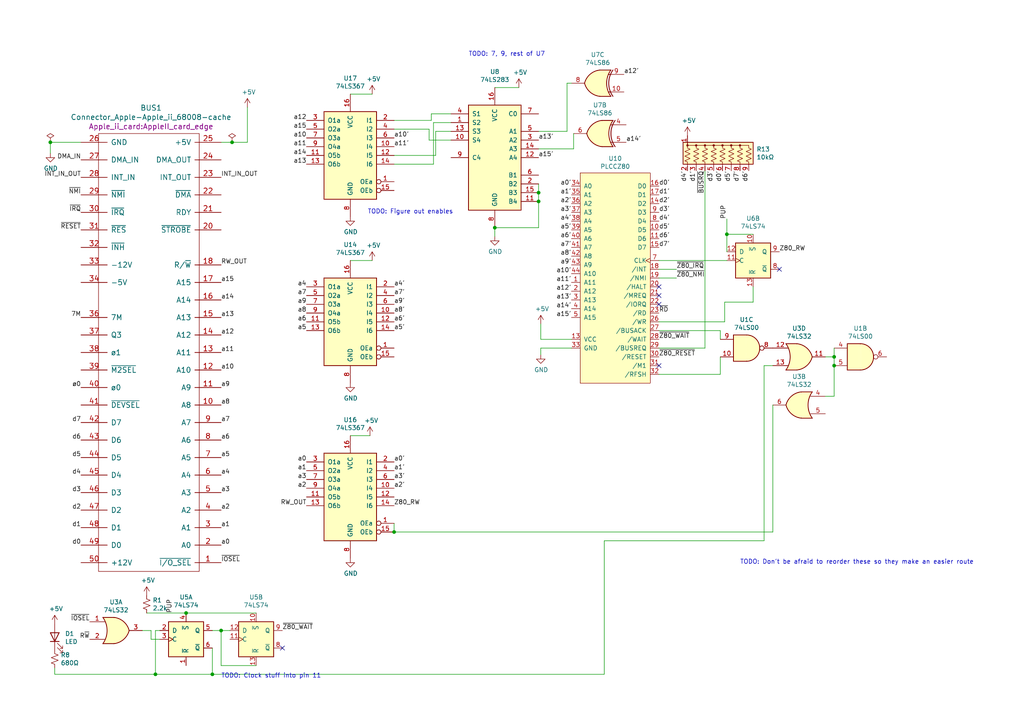
<source format=kicad_sch>
(kicad_sch (version 20230121) (generator eeschema)
  (paper "A4")
  (lib_symbols
    (symbol "74xx:74LS00" (pin_names (offset 1.016))
      (property "Reference" "U" (at 0 1.27 0))
      (property "Value" "74LS00" (at 0 -1.27 0))
      (symbol "74LS00_1_1"
        (pin input line (at -7.62 2.54 0) (length 3.81) (name "~") (number "1"))
        (pin input line (at -7.62 -2.54 0) (length 3.81) (name "~") (number "2"))
        (pin output inverted (at 7.62 0 180) (length 3.81) (name "~") (number "3"))
      )
      (symbol "74LS00_1_2"
        (pin input inverted (at -7.62 2.54 0) (length 4.318) (name "~") (number "1"))
        (pin input inverted (at -7.62 -2.54 0) (length 4.318) (name "~") (number "2"))
        (pin output line (at 7.62 0 180) (length 3.81) (name "~") (number "3"))
      )
      (symbol "74LS00_2_1"
        (pin input line (at -7.62 2.54 0) (length 3.81) (name "~") (number "4"))
        (pin input line (at -7.62 -2.54 0) (length 3.81) (name "~") (number "5"))
        (pin output inverted (at 7.62 0 180) (length 3.81) (name "~") (number "6"))
      )
      (symbol "74LS00_2_2"
        (pin input inverted (at -7.62 2.54 0) (length 4.318) (name "~") (number "4"))
        (pin input inverted (at -7.62 -2.54 0) (length 4.318) (name "~") (number "5"))
        (pin output line (at 7.62 0 180) (length 3.81) (name "~") (number "6"))
      )
      (symbol "74LS00_3_1"
        (pin input line (at -7.62 -2.54 0) (length 3.81) (name "~") (number "10"))
        (pin output inverted (at 7.62 0 180) (length 3.81) (name "~") (number "8"))
        (pin input line (at -7.62 2.54 0) (length 3.81) (name "~") (number "9"))
      )
      (symbol "74LS00_3_2"
        (pin input inverted (at -7.62 -2.54 0) (length 4.318) (name "~") (number "10"))
        (pin output line (at 7.62 0 180) (length 3.81) (name "~") (number "8"))
        (pin input inverted (at -7.62 2.54 0) (length 4.318) (name "~") (number "9"))
      )
      (symbol "74LS00_4_1"
        (pin output inverted (at 7.62 0 180) (length 3.81) (name "~") (number "11"))
        (pin input line (at -7.62 2.54 0) (length 3.81) (name "~") (number "12"))
        (pin input line (at -7.62 -2.54 0) (length 3.81) (name "~") (number "13"))
      )
      (symbol "74LS00_4_2"
        (pin output line (at 7.62 0 180) (length 3.81) (name "~") (number "11"))
        (pin input inverted (at -7.62 2.54 0) (length 4.318) (name "~") (number "12"))
        (pin input inverted (at -7.62 -2.54 0) (length 4.318) (name "~") (number "13"))
      )
      (symbol "74LS00_5_0"
        (pin power_in line (at 0 12.7 270) (length 5.08) (name "VCC") (number "14"))
        (pin power_in line (at 0 -12.7 90) (length 5.08) (name "GND") (number "7"))
      )
    )
    (symbol "74xx:74LS283" (pin_names (offset 1.016))
      (property "Reference" "U" (at -7.62 16.51 0))
      (property "Value" "74LS283" (at -7.62 -16.51 0))
      (symbol "74LS283_1_0"
        (pin output line (at 12.7 10.16 180) (length 5.08) (name "S2") (number "1"))
        (pin output line (at 12.7 5.08 180) (length 5.08) (name "S4") (number "10"))
        (pin input line (at -12.7 -12.7 0) (length 5.08) (name "B4") (number "11"))
        (pin input line (at -12.7 0 0) (length 5.08) (name "A4") (number "12"))
        (pin output line (at 12.7 7.62 180) (length 5.08) (name "S3") (number "13"))
        (pin input line (at -12.7 2.54 0) (length 5.08) (name "A3") (number "14"))
        (pin input line (at -12.7 -10.16 0) (length 5.08) (name "B3") (number "15"))
        (pin power_in line (at 0 20.32 270) (length 5.08) (name "VCC") (number "16"))
        (pin input line (at -12.7 -7.62 0) (length 5.08) (name "B2") (number "2"))
        (pin input line (at -12.7 5.08 0) (length 5.08) (name "A2") (number "3"))
        (pin output line (at 12.7 12.7 180) (length 5.08) (name "S1") (number "4"))
        (pin input line (at -12.7 7.62 0) (length 5.08) (name "A1") (number "5"))
        (pin input line (at -12.7 -5.08 0) (length 5.08) (name "B1") (number "6"))
        (pin input line (at -12.7 12.7 0) (length 5.08) (name "C0") (number "7"))
        (pin power_in line (at 0 -20.32 90) (length 5.08) (name "GND") (number "8"))
        (pin output line (at 12.7 0 180) (length 5.08) (name "C4") (number "9"))
      )
    )
    (symbol "74xx:74LS32" (pin_names (offset 1.016))
      (property "Reference" "U" (at 0 1.27 0))
      (property "Value" "74LS32" (at 0 -1.27 0))
      (symbol "74LS32_1_1"
        (pin input line (at -7.62 2.54 0) (length 4.318) (name "~") (number "1"))
        (pin input line (at -7.62 -2.54 0) (length 4.318) (name "~") (number "2"))
        (pin output line (at 7.62 0 180) (length 3.81) (name "~") (number "3"))
      )
      (symbol "74LS32_1_2"
        (pin input inverted (at -7.62 2.54 0) (length 3.81) (name "~") (number "1"))
        (pin input inverted (at -7.62 -2.54 0) (length 3.81) (name "~") (number "2"))
        (pin output inverted (at 7.62 0 180) (length 3.81) (name "~") (number "3"))
      )
      (symbol "74LS32_2_1"
        (pin input line (at -7.62 2.54 0) (length 4.318) (name "~") (number "4"))
        (pin input line (at -7.62 -2.54 0) (length 4.318) (name "~") (number "5"))
        (pin output line (at 7.62 0 180) (length 3.81) (name "~") (number "6"))
      )
      (symbol "74LS32_2_2"
        (pin input inverted (at -7.62 2.54 0) (length 3.81) (name "~") (number "4"))
        (pin input inverted (at -7.62 -2.54 0) (length 3.81) (name "~") (number "5"))
        (pin output inverted (at 7.62 0 180) (length 3.81) (name "~") (number "6"))
      )
      (symbol "74LS32_3_1"
        (pin input line (at -7.62 -2.54 0) (length 4.318) (name "~") (number "10"))
        (pin output line (at 7.62 0 180) (length 3.81) (name "~") (number "8"))
        (pin input line (at -7.62 2.54 0) (length 4.318) (name "~") (number "9"))
      )
      (symbol "74LS32_3_2"
        (pin input inverted (at -7.62 -2.54 0) (length 3.81) (name "~") (number "10"))
        (pin output inverted (at 7.62 0 180) (length 3.81) (name "~") (number "8"))
        (pin input inverted (at -7.62 2.54 0) (length 3.81) (name "~") (number "9"))
      )
      (symbol "74LS32_4_1"
        (pin output line (at 7.62 0 180) (length 3.81) (name "~") (number "11"))
        (pin input line (at -7.62 2.54 0) (length 4.318) (name "~") (number "12"))
        (pin input line (at -7.62 -2.54 0) (length 4.318) (name "~") (number "13"))
      )
      (symbol "74LS32_4_2"
        (pin output inverted (at 7.62 0 180) (length 3.81) (name "~") (number "11"))
        (pin input inverted (at -7.62 2.54 0) (length 3.81) (name "~") (number "12"))
        (pin input inverted (at -7.62 -2.54 0) (length 3.81) (name "~") (number "13"))
      )
      (symbol "74LS32_5_0"
        (pin power_in line (at 0 12.7 270) (length 5.08) (name "VCC") (number "14"))
        (pin power_in line (at 0 -12.7 90) (length 5.08) (name "GND") (number "7"))
      )
    )
    (symbol "74xx:74LS367" (pin_names (offset 1.016))
      (property "Reference" "U" (at -7.62 13.97 0))
      (property "Value" "74LS367" (at -7.62 -13.97 0))
      (symbol "74LS367_1_0"
        (pin input inverted (at -12.7 -7.62 0) (length 5.08) (name "OEa") (number "1"))
        (pin input line (at -12.7 2.54 0) (length 5.08) (name "I4") (number "10"))
        (pin tri_state line (at 12.7 0 180) (length 5.08) (name "O5b") (number "11"))
        (pin input line (at -12.7 0 0) (length 5.08) (name "I5") (number "12"))
        (pin tri_state line (at 12.7 -2.54 180) (length 5.08) (name "O6b") (number "13"))
        (pin input line (at -12.7 -2.54 0) (length 5.08) (name "I6") (number "14"))
        (pin input inverted (at -12.7 -10.16 0) (length 5.08) (name "OEb") (number "15"))
        (pin power_in line (at 0 17.78 270) (length 5.08) (name "VCC") (number "16"))
        (pin input line (at -12.7 10.16 0) (length 5.08) (name "I1") (number "2"))
        (pin tri_state line (at 12.7 10.16 180) (length 5.08) (name "O1a") (number "3"))
        (pin input line (at -12.7 7.62 0) (length 5.08) (name "I2") (number "4"))
        (pin tri_state line (at 12.7 7.62 180) (length 5.08) (name "O2a") (number "5"))
        (pin input line (at -12.7 5.08 0) (length 5.08) (name "I3") (number "6"))
        (pin tri_state line (at 12.7 5.08 180) (length 5.08) (name "O3a") (number "7"))
        (pin power_in line (at 0 -17.78 90) (length 5.08) (name "GND") (number "8"))
        (pin tri_state line (at 12.7 2.54 180) (length 5.08) (name "O4a") (number "9"))
      )
    )
    (symbol "74xx:74LS373"
      (property "Reference" "U" (at -7.62 16.51 0))
      (property "Value" "74LS373" (at -7.62 -16.51 0))
      (symbol "74LS373_1_0"
        (pin input inverted (at -12.7 -12.7 0) (length 5.08) (name "OE") (number "1"))
        (pin power_in line (at 0 -20.32 90) (length 5.08) (name "GND") (number "10"))
        (pin input line (at -12.7 -10.16 0) (length 5.08) (name "LE") (number "11"))
        (pin tri_state line (at 12.7 2.54 180) (length 5.08) (name "O4") (number "12"))
        (pin input line (at -12.7 2.54 0) (length 5.08) (name "D4") (number "13"))
        (pin input line (at -12.7 0 0) (length 5.08) (name "D5") (number "14"))
        (pin tri_state line (at 12.7 0 180) (length 5.08) (name "O5") (number "15"))
        (pin tri_state line (at 12.7 -2.54 180) (length 5.08) (name "O6") (number "16"))
        (pin input line (at -12.7 -2.54 0) (length 5.08) (name "D6") (number "17"))
        (pin input line (at -12.7 -5.08 0) (length 5.08) (name "D7") (number "18"))
        (pin tri_state line (at 12.7 -5.08 180) (length 5.08) (name "O7") (number "19"))
        (pin tri_state line (at 12.7 12.7 180) (length 5.08) (name "O0") (number "2"))
        (pin power_in line (at 0 20.32 270) (length 5.08) (name "VCC") (number "20"))
        (pin input line (at -12.7 12.7 0) (length 5.08) (name "D0") (number "3"))
        (pin input line (at -12.7 10.16 0) (length 5.08) (name "D1") (number "4"))
        (pin tri_state line (at 12.7 10.16 180) (length 5.08) (name "O1") (number "5"))
        (pin tri_state line (at 12.7 7.62 180) (length 5.08) (name "O2") (number "6"))
        (pin input line (at -12.7 7.62 0) (length 5.08) (name "D2") (number "7"))
        (pin input line (at -12.7 5.08 0) (length 5.08) (name "D3") (number "8"))
        (pin tri_state line (at 12.7 5.08 180) (length 5.08) (name "O3") (number "9"))
      )
    )
    (symbol "74xx:74LS74" (pin_names (offset 1.016))
      (property "Reference" "U" (at -7.62 8.89 0))
      (property "Value" "74LS74" (at -7.62 -8.89 0))
      (symbol "74LS74_1_0"
        (pin input line (at 0 -7.62 90) (length 2.54) (name "~{R}") (number "1"))
        (pin input line (at -7.62 2.54 0) (length 2.54) (name "D") (number "2"))
        (pin input clock (at -7.62 0 0) (length 2.54) (name "C") (number "3"))
        (pin input line (at 0 7.62 270) (length 2.54) (name "~{S}") (number "4"))
        (pin output line (at 7.62 2.54 180) (length 2.54) (name "Q") (number "5"))
        (pin output line (at 7.62 -2.54 180) (length 2.54) (name "~{Q}") (number "6"))
      )
      (symbol "74LS74_2_0"
        (pin input line (at 0 7.62 270) (length 2.54) (name "~{S}") (number "10"))
        (pin input clock (at -7.62 0 0) (length 2.54) (name "C") (number "11"))
        (pin input line (at -7.62 2.54 0) (length 2.54) (name "D") (number "12"))
        (pin input line (at 0 -7.62 90) (length 2.54) (name "~{R}") (number "13"))
        (pin output line (at 7.62 -2.54 180) (length 2.54) (name "~{Q}") (number "8"))
        (pin output line (at 7.62 2.54 180) (length 2.54) (name "Q") (number "9"))
      )
      (symbol "74LS74_3_0"
        (pin power_in line (at 0 10.16 270) (length 2.54) (name "VCC") (number "14"))
        (pin power_in line (at 0 -10.16 90) (length 2.54) (name "GND") (number "7"))
      )
    )
    (symbol "74xx:74LS86" (pin_names (offset 1.016))
      (property "Reference" "U" (at 0 1.27 0))
      (property "Value" "74LS86" (at 0 -1.27 0))
      (symbol "74LS86_1_0"
        (pin input line (at -7.62 2.54 0) (length 4.445) (name "~") (number "1"))
        (pin input line (at -7.62 -2.54 0) (length 4.445) (name "~") (number "2"))
        (pin output line (at 7.62 0 180) (length 3.81) (name "~") (number "3"))
      )
      (symbol "74LS86_2_0"
        (pin input line (at -7.62 2.54 0) (length 4.445) (name "~") (number "4"))
        (pin input line (at -7.62 -2.54 0) (length 4.445) (name "~") (number "5"))
        (pin output line (at 7.62 0 180) (length 3.81) (name "~") (number "6"))
      )
      (symbol "74LS86_3_0"
        (pin input line (at -7.62 -2.54 0) (length 4.445) (name "~") (number "10"))
        (pin output line (at 7.62 0 180) (length 3.81) (name "~") (number "8"))
        (pin input line (at -7.62 2.54 0) (length 4.445) (name "~") (number "9"))
      )
      (symbol "74LS86_4_0"
        (pin output line (at 7.62 0 180) (length 3.81) (name "~") (number "11"))
        (pin input line (at -7.62 2.54 0) (length 4.445) (name "~") (number "12"))
        (pin input line (at -7.62 -2.54 0) (length 4.445) (name "~") (number "13"))
      )
      (symbol "74LS86_5_0"
        (pin power_in line (at 0 12.7 270) (length 5.08) (name "VCC") (number "14"))
        (pin power_in line (at 0 -12.7 90) (length 5.08) (name "GND") (number "7"))
      )
    )
    (symbol "Apple_ii_68008-rescue:Connector_Apple-Apple_ii_68008-cache" (pin_names (offset 1.016))
      (property "Reference" "BUS" (at 22.86 52.07 0))
      (property "Value" "Connector_Apple-Apple_ii_68008-cache" (at 35.56 -7.62 0))
      (symbol "Connector_Apple-Apple_ii_68008-cache_1_1"
        (pin output line (at 55.88 -76.2 180) (length 7.62) (name "~{I/O_SEL}") (number "1"))
        (pin bidirectional line (at 55.88 -30.48 180) (length 7.62) (name "A8") (number "10"))
        (pin bidirectional line (at 55.88 -25.4 180) (length 7.62) (name "A9") (number "11"))
        (pin bidirectional line (at 55.88 -20.32 180) (length 7.62) (name "A10") (number "12"))
        (pin bidirectional line (at 55.88 -15.24 180) (length 7.62) (name "A11") (number "13"))
        (pin bidirectional line (at 55.88 -10.16 180) (length 7.62) (name "A12") (number "14"))
        (pin bidirectional line (at 55.88 -5.08 180) (length 7.62) (name "A13") (number "15"))
        (pin bidirectional line (at 55.88 0 180) (length 7.62) (name "A14") (number "16"))
        (pin output line (at 55.88 5.08 180) (length 7.62) (name "A15") (number "17"))
        (pin output line (at 55.88 10.16 180) (length 7.62) (name "R/~{W}") (number "18"))
        (pin no_connect line (at 55.88 15.24 180) (length 7.62) hide (name "n.c.") (number "19"))
        (pin bidirectional line (at 55.88 -71.12 180) (length 7.62) (name "A0") (number "2"))
        (pin output line (at 55.88 20.32 180) (length 7.62) (name "~{STROBE}") (number "20"))
        (pin open_collector line (at 55.88 25.4 180) (length 7.62) (name "RDY") (number "21"))
        (pin open_collector line (at 55.88 30.48 180) (length 7.62) (name "~{DMA}") (number "22"))
        (pin output line (at 55.88 35.56 180) (length 7.62) (name "INT_OUT") (number "23"))
        (pin open_collector line (at 55.88 40.64 180) (length 7.62) (name "DMA_OUT") (number "24"))
        (pin power_out line (at 55.88 45.72 180) (length 7.62) (name "+5V") (number "25"))
        (pin power_out line (at 15.24 45.72 0) (length 7.62) (name "GND") (number "26"))
        (pin input line (at 15.24 40.64 0) (length 7.62) (name "DMA_IN") (number "27"))
        (pin input line (at 15.24 35.56 0) (length 7.62) (name "INT_IN") (number "28"))
        (pin output line (at 15.24 30.48 0) (length 7.62) (name "~{NMI}") (number "29"))
        (pin bidirectional line (at 55.88 -66.04 180) (length 7.62) (name "A1") (number "3"))
        (pin output line (at 15.24 25.4 0) (length 7.62) (name "~{IRQ}") (number "30"))
        (pin open_collector line (at 15.24 20.32 0) (length 7.62) (name "~{RES}") (number "31"))
        (pin bidirectional line (at 15.24 15.24 0) (length 7.62) (name "~{INH}") (number "32"))
        (pin power_in line (at 15.24 10.16 0) (length 7.62) (name "-12V") (number "33"))
        (pin power_in line (at 15.24 5.08 0) (length 7.62) (name "-5V") (number "34"))
        (pin no_connect line (at 15.24 0 0) (length 7.62) hide (name "n.c.") (number "35"))
        (pin output line (at 15.24 -5.08 0) (length 7.62) (name "7M") (number "36"))
        (pin output line (at 15.24 -10.16 0) (length 7.62) (name "Q3") (number "37"))
        (pin output line (at 15.24 -15.24 0) (length 7.62) (name "ø1") (number "38"))
        (pin bidirectional line (at 15.24 -20.32 0) (length 7.62) (name "~{M2SEL}") (number "39"))
        (pin bidirectional line (at 55.88 -60.96 180) (length 7.62) (name "A2") (number "4"))
        (pin output line (at 15.24 -25.4 0) (length 7.62) (name "ø0") (number "40"))
        (pin output line (at 15.24 -30.48 0) (length 7.62) (name "~{DEVSEL}") (number "41"))
        (pin bidirectional line (at 15.24 -35.56 0) (length 7.62) (name "D7") (number "42"))
        (pin bidirectional line (at 15.24 -40.64 0) (length 7.62) (name "D6") (number "43"))
        (pin bidirectional line (at 15.24 -45.72 0) (length 7.62) (name "D5") (number "44"))
        (pin bidirectional line (at 15.24 -50.8 0) (length 7.62) (name "D4") (number "45"))
        (pin bidirectional line (at 15.24 -55.88 0) (length 7.62) (name "D3") (number "46"))
        (pin bidirectional line (at 15.24 -60.96 0) (length 7.62) (name "D2") (number "47"))
        (pin bidirectional line (at 15.24 -66.04 0) (length 7.62) (name "D1") (number "48"))
        (pin bidirectional line (at 15.24 -71.12 0) (length 7.62) (name "D0") (number "49"))
        (pin bidirectional line (at 55.88 -55.88 180) (length 7.62) (name "A3") (number "5"))
        (pin power_in line (at 15.24 -76.2 0) (length 7.62) (name "+12V") (number "50"))
        (pin bidirectional line (at 55.88 -50.8 180) (length 7.62) (name "A4") (number "6"))
        (pin bidirectional line (at 55.88 -45.72 180) (length 7.62) (name "A5") (number "7"))
        (pin bidirectional line (at 55.88 -40.64 180) (length 7.62) (name "A6") (number "8"))
        (pin bidirectional line (at 55.88 -35.56 180) (length 7.62) (name "A7") (number "9"))
      )
    )
    (symbol "Device:LED" (pin_numbers hide) (pin_names (offset 1.016) hide)
      (property "Reference" "D" (at 0 2.54 0))
      (property "Value" "LED" (at 0 -2.54 0))
      (symbol "LED_1_1"
        (pin passive line (at -3.81 0 0) (length 2.54) (name "K") (number "1"))
        (pin passive line (at 3.81 0 180) (length 2.54) (name "A") (number "2"))
      )
    )
    (symbol "Device:R_Network04_US" (pin_names (offset 0) hide)
      (property "Reference" "RN" (at -7.62 0 90))
      (property "Value" "R_Network04_US" (at 5.08 0 90))
      (symbol "R_Network04_US_1_1"
        (pin passive line (at -5.08 5.08 270) (length 2.54) (name "common") (number "1"))
        (pin passive line (at -5.08 -5.08 90) (length 1.27) (name "R1") (number "2"))
        (pin passive line (at -2.54 -5.08 90) (length 1.27) (name "R2") (number "3"))
        (pin passive line (at 0 -5.08 90) (length 1.27) (name "R3") (number "4"))
        (pin passive line (at 2.54 -5.08 90) (length 1.27) (name "R4") (number "5"))
      )
    )
    (symbol "Device:R_Network08_US" (pin_names (offset 0) hide)
      (property "Reference" "RN" (at -12.7 0 90))
      (property "Value" "R_Network08_US" (at 10.16 0 90))
      (symbol "R_Network08_US_1_1"
        (pin passive line (at -10.16 5.08 270) (length 2.54) (name "common") (number "1"))
        (pin passive line (at -10.16 -5.08 90) (length 1.27) (name "R1") (number "2"))
        (pin passive line (at -7.62 -5.08 90) (length 1.27) (name "R2") (number "3"))
        (pin passive line (at -5.08 -5.08 90) (length 1.27) (name "R3") (number "4"))
        (pin passive line (at -2.54 -5.08 90) (length 1.27) (name "R4") (number "5"))
        (pin passive line (at 0 -5.08 90) (length 1.27) (name "R5") (number "6"))
        (pin passive line (at 2.54 -5.08 90) (length 1.27) (name "R6") (number "7"))
        (pin passive line (at 5.08 -5.08 90) (length 1.27) (name "R7") (number "8"))
        (pin passive line (at 7.62 -5.08 90) (length 1.27) (name "R8") (number "9"))
      )
    )
    (symbol "Device:R_Small_US" (pin_numbers hide) (pin_names (offset 0.254) hide)
      (property "Reference" "R" (at 0.762 0.508 0))
      (property "Value" "R_Small_US" (at 0.762 -1.016 0))
      (symbol "R_Small_US_1_1"
        (pin passive line (at 0 2.54 270) (length 1.016) (name "~") (number "1"))
        (pin passive line (at 0 -2.54 90) (length 1.016) (name "~") (number "2"))
      )
    )
    (symbol "LeadedSolder:PLCCZ80" (pin_names (offset 1.016))
      (property "Reference" "U" (at 0 0 0))
      (property "Value" "PLCCZ80" (at 0 -64.77 0))
      (symbol "PLCCZ80_1_1"
        (pin output line (at -12.7 -33.02 0) (length 2.54) (name "A11") (number "1"))
        (pin bidirectional line (at 12.7 -17.78 180) (length 2.54) (name "D5") (number "10"))
        (pin bidirectional line (at 12.7 -20.32 180) (length 2.54) (name "D6") (number "11"))
        (pin power_in line (at -12.7 -49.53 0) (length 2.54) (name "VCC") (number "13"))
        (pin bidirectional line (at 12.7 -10.16 180) (length 2.54) (name "D2") (number "14"))
        (pin bidirectional line (at 12.7 -22.86 180) (length 2.54) (name "D7") (number "15"))
        (pin bidirectional line (at 12.7 -5.08 180) (length 2.54) (name "D0") (number "16"))
        (pin bidirectional line (at 12.7 -7.62 180) (length 2.54) (name "D1") (number "17"))
        (pin input line (at 12.7 -29.21 180) (length 2.54) (name "/INT") (number "18"))
        (pin input line (at 12.7 -31.75 180) (length 2.54) (name "/NMI") (number "19"))
        (pin output line (at -12.7 -35.56 0) (length 2.54) (name "A12") (number "2"))
        (pin output line (at 12.7 -34.29 180) (length 2.54) (name "/HALT") (number "20"))
        (pin output line (at 12.7 -36.83 180) (length 2.54) (name "/MREQ") (number "21"))
        (pin output line (at 12.7 -39.37 180) (length 2.54) (name "/IORQ") (number "22"))
        (pin output line (at 12.7 -41.91 180) (length 2.54) (name "/RD") (number "23"))
        (pin output line (at 12.7 -44.45 180) (length 2.54) (name "/WR") (number "26"))
        (pin output line (at 12.7 -46.99 180) (length 2.54) (name "/BUSACK") (number "27"))
        (pin input line (at 12.7 -49.53 180) (length 2.54) (name "/WAIT") (number "28"))
        (pin input line (at 12.7 -52.07 180) (length 2.54) (name "/BUSREQ") (number "29"))
        (pin output line (at -12.7 -38.1 0) (length 2.54) (name "A13") (number "3"))
        (pin input line (at 12.7 -54.61 180) (length 2.54) (name "/RESET") (number "30"))
        (pin output line (at 12.7 -57.15 180) (length 2.54) (name "/M1") (number "31"))
        (pin output line (at 12.7 -59.69 180) (length 2.54) (name "/RFSH") (number "32"))
        (pin power_in line (at -12.7 -52.07 0) (length 2.54) (name "GND") (number "33"))
        (pin output line (at -12.7 -5.08 0) (length 2.54) (name "A0") (number "34"))
        (pin output line (at -12.7 -7.62 0) (length 2.54) (name "A1") (number "35"))
        (pin output line (at -12.7 -10.16 0) (length 2.54) (name "A2") (number "36"))
        (pin output line (at -12.7 -12.7 0) (length 2.54) (name "A3") (number "37"))
        (pin output line (at -12.7 -15.24 0) (length 2.54) (name "A4") (number "38"))
        (pin output line (at -12.7 -17.78 0) (length 2.54) (name "A5") (number "39"))
        (pin output line (at -12.7 -40.64 0) (length 2.54) (name "A14") (number "4"))
        (pin output line (at -12.7 -20.32 0) (length 2.54) (name "A6") (number "40"))
        (pin output line (at -12.7 -22.86 0) (length 2.54) (name "A7") (number "41"))
        (pin output line (at -12.7 -25.4 0) (length 2.54) (name "A8") (number "42"))
        (pin output line (at -12.7 -27.94 0) (length 2.54) (name "A9") (number "43"))
        (pin output line (at -12.7 -30.48 0) (length 2.54) (name "A10") (number "44"))
        (pin output line (at -12.7 -43.18 0) (length 2.54) (name "A15") (number "5"))
        (pin input clock (at 12.7 -26.67 180) (length 2.54) (name "CLK") (number "7"))
        (pin bidirectional line (at 12.7 -15.24 180) (length 2.54) (name "D4") (number "8"))
        (pin bidirectional line (at 12.7 -12.7 180) (length 2.54) (name "D3") (number "9"))
      )
    )
    (symbol "Switch:SW_DIP_x04" (pin_names (offset 0) hide)
      (property "Reference" "SW" (at 0 8.89 0))
      (property "Value" "SW_DIP_x04" (at 0 -6.35 0))
      (symbol "SW_DIP_x04_1_1"
        (pin passive line (at -7.62 5.08 0) (length 5.08) (name "~") (number "1"))
        (pin passive line (at -7.62 2.54 0) (length 5.08) (name "~") (number "2"))
        (pin passive line (at -7.62 0 0) (length 5.08) (name "~") (number "3"))
        (pin passive line (at -7.62 -2.54 0) (length 5.08) (name "~") (number "4"))
        (pin passive line (at 7.62 -2.54 180) (length 5.08) (name "~") (number "5"))
        (pin passive line (at 7.62 0 180) (length 5.08) (name "~") (number "6"))
        (pin passive line (at 7.62 2.54 180) (length 5.08) (name "~") (number "7"))
        (pin passive line (at 7.62 5.08 180) (length 5.08) (name "~") (number "8"))
      )
    )
    (symbol "power:+5V" (power) (pin_names (offset 0))
      (property "Value" "+5V" (at 0 3.556 0))
      (symbol "+5V_1_1"
        (pin power_in line (at 0 0 90) (length 0) hide (name "+5V") (number "1"))
      )
    )
    (symbol "power:GND" (power) (pin_names (offset 0))
      (property "Value" "GND" (at 0 -3.81 0))
      (symbol "GND_1_1"
        (pin power_in line (at 0 0 270) (length 0) hide (name "GND") (number "1"))
      )
    )
    (symbol "power:PWR_FLAG" (power) (pin_numbers hide) (pin_names (offset 0) hide)
      (property "Value" "PWR_FLAG" (at 0 3.81 0))
      (symbol "PWR_FLAG_0_0"
        (pin power_out line (at 0 0 90) (length 0) (name "pwr") (number "1"))
      )
    )
  )
  (junction (at 323.215 26.67))
  (junction (at 156.21 58.42))
  (junction (at 61.595 195.58))
  (junction (at 241.935 103.505))
  (junction (at 210.82 67.945))
  (junction (at 349.25 31.75))
  (junction (at 156.21 55.88))
  (junction (at 45.085 195.58))
  (junction (at 64.135 182.88))
  (junction (at 346.71 29.21))
  (junction (at 14.605 41.275))
  (junction (at 67.31 41.275))
  (junction (at 53.975 177.8))
  (junction (at 241.935 106.045))
  (junction (at 143.51 66.04))
  (junction (at 114.3 154.305))
  (no_connect (at 81.915 187.96))
  (no_connect (at 191.135 83.185))
  (no_connect (at 191.135 88.265))
  (no_connect (at 191.135 106.045))
  (no_connect (at 36.83 239.395))
  (no_connect (at 191.135 85.725))
  (no_connect (at 226.06 78.105))
  (wire (pts (xy 338.455 26.67) (xy 353.06 26.67)))
  (wire (pts (xy 175.26 195.58) (xy 175.26 156.845)))
  (wire (pts (xy 45.085 195.58) (xy 61.595 195.58)))
  (wire (pts (xy 156.845 100.965) (xy 165.735 100.965)))
  (wire (pts (xy 125.73 35.56) (xy 130.81 35.56)))
  (wire (pts (xy 64.135 182.88) (xy 64.135 193.04)))
  (wire (pts (xy 114.3 47.625) (xy 125.73 47.625)))
  (wire (pts (xy 156.21 43.18) (xy 166.37 43.18)))
  (wire (pts (xy 320.675 14.605) (xy 320.675 25.4)))
  (wire (pts (xy 156.845 93.98) (xy 156.845 98.425)))
  (wire (pts (xy 66.675 182.88) (xy 64.135 182.88)))
  (wire (pts (xy 337.185 22.86) (xy 337.185 14.605)))
  (wire (pts (xy 114.3 34.925) (xy 125.095 34.925)))
  (wire (pts (xy 208.915 108.585) (xy 191.135 108.585)))
  (wire (pts (xy 156.21 66.04) (xy 156.21 58.42)))
  (wire (pts (xy 241.935 114.935) (xy 241.935 106.045)))
  (wire (pts (xy 41.275 182.88) (xy 43.815 182.88)))
  (wire (pts (xy 353.06 31.75) (xy 349.25 31.75)))
  (wire (pts (xy 143.51 66.04) (xy 156.21 66.04)))
  (wire (pts (xy 218.44 87.63) (xy 218.44 83.185)))
  (wire (pts (xy 208.915 103.505) (xy 208.915 108.585)))
  (wire (pts (xy 67.31 41.275) (xy 64.135 41.275)))
  (wire (pts (xy 344.17 21.59) (xy 344.17 22.86)))
  (wire (pts (xy 164.465 24.13) (xy 165.735 24.13)))
  (wire (pts (xy 239.395 114.935) (xy 241.935 114.935)))
  (wire (pts (xy 196.215 78.105) (xy 191.135 78.105)))
  (wire (pts (xy 156.845 98.425) (xy 165.735 98.425)))
  (wire (pts (xy 74.295 177.8) (xy 53.975 177.8)))
  (wire (pts (xy 210.82 75.565) (xy 191.135 75.565)))
  (wire (pts (xy 224.155 117.475) (xy 224.155 154.305)))
  (wire (pts (xy 156.21 58.42) (xy 156.21 55.88)))
  (wire (pts (xy 45.085 182.88) (xy 45.085 195.58)))
  (wire (pts (xy 114.3 151.765) (xy 114.3 154.305)))
  (wire (pts (xy 124.46 37.465) (xy 124.46 40.64)))
  (wire (pts (xy 204.47 49.53) (xy 204.47 100.965)))
  (wire (pts (xy 15.875 195.58) (xy 45.085 195.58)))
  (wire (pts (xy 346.71 29.21) (xy 353.06 29.21)))
  (wire (pts (xy 191.135 95.885) (xy 208.915 95.885)))
  (wire (pts (xy 164.465 38.1) (xy 164.465 24.13)))
  (wire (pts (xy 124.46 40.64) (xy 130.81 40.64)))
  (wire (pts (xy 221.615 156.845) (xy 221.615 106.045)))
  (wire (pts (xy 320.675 25.4) (xy 323.215 25.4)))
  (wire (pts (xy 331.47 109.22) (xy 325.755 109.22)))
  (wire (pts (xy 349.25 21.59) (xy 349.25 31.75)))
  (wire (pts (xy 196.215 80.645) (xy 191.135 80.645)))
  (wire (pts (xy 125.095 33.02) (xy 130.81 33.02)))
  (wire (pts (xy 43.815 185.42) (xy 46.355 185.42)))
  (wire (pts (xy 208.915 95.885) (xy 208.915 98.425)))
  (wire (pts (xy 337.185 14.605) (xy 320.675 14.605)))
  (wire (pts (xy 14.605 41.275) (xy 14.605 44.45)))
  (wire (pts (xy 166.37 43.18) (xy 166.37 38.735)))
  (wire (pts (xy 107.315 126.365) (xy 101.6 126.365)))
  (wire (pts (xy 45.085 182.88) (xy 46.355 182.88)))
  (wire (pts (xy 210.185 93.345) (xy 210.185 87.63)))
  (wire (pts (xy 224.155 154.305) (xy 114.3 154.305)))
  (wire (pts (xy 101.6 75.565) (xy 107.95 75.565)))
  (wire (pts (xy 210.82 67.945) (xy 210.82 73.025)))
  (wire (pts (xy 156.21 55.88) (xy 156.21 53.34)))
  (wire (pts (xy 150.495 25.4) (xy 143.51 25.4)))
  (wire (pts (xy 64.135 193.04) (xy 74.295 193.04)))
  (wire (pts (xy 156.845 102.87) (xy 156.845 100.965)))
  (wire (pts (xy 338.455 29.21) (xy 346.71 29.21)))
  (wire (pts (xy 204.47 100.965) (xy 191.135 100.965)))
  (wire (pts (xy 241.935 103.505) (xy 241.935 100.965)))
  (wire (pts (xy 323.215 26.67) (xy 316.865 26.67)))
  (wire (pts (xy 114.3 45.085) (xy 126.365 45.085)))
  (wire (pts (xy 191.135 93.345) (xy 210.185 93.345)))
  (wire (pts (xy 323.215 25.4) (xy 323.215 26.67)))
  (wire (pts (xy 221.615 106.045) (xy 224.155 106.045)))
  (wire (pts (xy 42.545 177.8) (xy 53.975 177.8)))
  (wire (pts (xy 64.135 182.88) (xy 61.595 182.88)))
  (wire (pts (xy 344.17 22.86) (xy 337.185 22.86)))
  (wire (pts (xy 21.59 229.235) (xy 29.21 229.235)))
  (wire (pts (xy 61.595 195.58) (xy 61.595 187.96)))
  (wire (pts (xy 126.365 45.085) (xy 126.365 38.1)))
  (wire (pts (xy 15.875 193.675) (xy 15.875 195.58)))
  (wire (pts (xy 241.935 103.505) (xy 239.395 103.505)))
  (wire (pts (xy 218.44 67.945) (xy 210.82 67.945)))
  (wire (pts (xy 344.805 40.005) (xy 338.455 40.005)))
  (wire (pts (xy 325.755 70.485) (xy 325.755 67.945)))
  (wire (pts (xy 346.71 21.59) (xy 346.71 29.21)))
  (wire (pts (xy 21.59 225.425) (xy 21.59 229.235)))
  (wire (pts (xy 125.095 34.925) (xy 125.095 33.02)))
  (wire (pts (xy 125.73 47.625) (xy 125.73 35.56)))
  (wire (pts (xy 210.185 87.63) (xy 218.44 87.63)))
  (wire (pts (xy 210.82 67.945) (xy 210.82 63.5)))
  (wire (pts (xy 71.755 41.275) (xy 67.31 41.275)))
  (wire (pts (xy 23.495 41.275) (xy 14.605 41.275)))
  (wire (pts (xy 107.95 27.305) (xy 101.6 27.305)))
  (wire (pts (xy 349.25 31.75) (xy 338.455 31.75)))
  (wire (pts (xy 241.935 106.045) (xy 241.935 103.505)))
  (wire (pts (xy 43.815 182.88) (xy 43.815 185.42)))
  (wire (pts (xy 156.21 38.1) (xy 164.465 38.1)))
  (wire (pts (xy 114.3 37.465) (xy 124.46 37.465)))
  (wire (pts (xy 143.51 68.58) (xy 143.51 66.04)))
  (wire (pts (xy 175.26 156.845) (xy 221.615 156.845)))
  (wire (pts (xy 71.755 31.115) (xy 71.755 41.275)))
  (wire (pts (xy 126.365 38.1) (xy 130.81 38.1)))
  (wire (pts (xy 61.595 195.58) (xy 175.26 195.58)))
  (text "TODO: 7, 9, rest of U7" (at 135.89 16.51 0) (effects (font (size 1.27 1.27)) (justify left bottom)))
  (text "TODO: Don't be afraid to reorder these so they make an easier route" (at 214.63 163.83 0) (effects (font (size 1.27 1.27)) (justify left bottom)))
  (text "TODO: 7M" (at 321.945 57.785 0) (effects (font (size 1.27 1.27)) (justify right bottom)))
  (text "TODO: Clock stuff into pin 11" (at 64.135 196.85 0) (effects (font (size 1.27 1.27)) (justify left bottom)))
  (text "TODO: ø1" (at 321.945 60.325 0) (effects (font (size 1.27 1.27)) (justify right bottom)))
  (text "TODO: Figure out enables" (at 131.445 62.23 0) (effects (font (size 1.27 1.27)) (justify right bottom)))
  (text "TODO: U3" (at 321.945 65.405 0) (effects (font (size 1.27 1.27)) (justify right bottom)))
  (label "~{Z80_IRQ}" (at 353.06 31.75 0))
  (label "a9" (at 64.135 112.395 0))
  (label "INT_IN_OUT" (at 64.135 51.435 0))
  (label "d1" (at 23.495 153.035 180))
  (label "a0'" (at 165.735 53.975 180))
  (label "a12" (at 88.9 34.925 180))
  (label "d3'" (at 207.01 49.53 270))
  (label "Z80_RW" (at 114.3 146.685 0))
  (label "d5'" (at 212.09 49.53 270))
  (label "a9" (at 88.9 88.265 180))
  (label "a13" (at 88.9 47.625 180))
  (label "~{IRQ}" (at 323.215 31.75 180))
  (label "a3" (at 64.135 142.875 0))
  (label "a11'" (at 165.735 81.915 180))
  (label "a10'" (at 114.3 40.005 0))
  (label "d7'" (at 214.63 49.53 270))
  (label "~{RESET}" (at 21.59 234.315 180))
  (label "a12'" (at 165.735 84.455 180))
  (label "DMA_IN" (at 23.495 46.355 180))
  (label "a7'" (at 114.3 85.725 0))
  (label "d3" (at 23.495 142.875 180))
  (label "d0'" (at 313.055 119.38 180))
  (label "a3" (at 88.9 139.065 180))
  (label "a13'" (at 165.735 86.995 180))
  (label "a8'" (at 165.735 74.295 180))
  (label "~{BUSRQ}" (at 353.06 26.67 0))
  (label "a12'" (at 180.975 21.59 0))
  (label "d4'" (at 313.055 134.62 180))
  (label "d5'" (at 313.055 129.54 180))
  (label "~{RD}" (at 191.135 90.805 0))
  (label "a10'" (at 165.735 79.375 180))
  (label "d5'" (at 191.135 66.675 0))
  (label "a14'" (at 165.735 89.535 180))
  (label "PUP" (at 21.59 225.425 180))
  (label "a8" (at 88.9 90.805 180))
  (label "a5'" (at 114.3 95.885 0))
  (label "ø0" (at 23.495 112.395 180))
  (label "a14" (at 64.135 86.995 0))
  (label "d3'" (at 191.135 61.595 0))
  (label "DMA_IN" (at 316.865 26.67 180))
  (label "a13'" (at 156.21 40.64 0))
  (label "d7'" (at 313.055 121.92 180))
  (label "d2'" (at 191.135 59.055 0))
  (label "a15'" (at 156.21 45.72 0))
  (label "d1'" (at 313.055 116.84 180))
  (label "a6" (at 64.135 127.635 0))
  (label "RW_OUT" (at 88.9 146.685 180))
  (label "d7" (at 23.495 122.555 180))
  (label "d5" (at 338.455 129.54 0))
  (label "d4'" (at 199.39 49.53 270))
  (label "d2" (at 338.455 124.46 0))
  (label "a4" (at 64.135 137.795 0))
  (label "a4" (at 88.9 83.185 180))
  (label "d0" (at 338.455 119.38 0))
  (label "d4" (at 338.455 134.62 0))
  (label "~{Z80_NMI}" (at 353.06 29.21 0))
  (label "a8'" (at 114.3 90.805 0))
  (label "d0'" (at 209.55 49.53 270))
  (label "d4" (at 23.495 137.795 180))
  (label "~{Z80_IRQ}" (at 196.215 78.105 0))
  (label "a7" (at 88.9 85.725 180))
  (label "a1" (at 88.9 136.525 180))
  (label "d4'" (at 191.135 64.135 0))
  (label "d7'" (at 191.135 71.755 0))
  (label "~{NMI}" (at 23.495 56.515 180))
  (label "a2'" (at 114.3 141.605 0))
  (label "PUP" (at 210.82 63.5 90))
  (label "d4" (at 351.155 47.625 0))
  (label "a9'" (at 165.735 76.835 180))
  (label "7M" (at 23.495 92.075 180))
  (label "~{Z80_WAIT}" (at 81.915 182.88 0))
  (label "d5" (at 351.155 50.165 0))
  (label "a3'" (at 114.3 139.065 0))
  (label "a4'" (at 114.3 83.185 0))
  (label "a5" (at 88.9 95.885 180))
  (label "d6" (at 23.495 127.635 180))
  (label "a2" (at 64.135 147.955 0))
  (label "a2" (at 88.9 141.605 180))
  (label "d5" (at 23.495 132.715 180))
  (label "d0'" (at 191.135 53.975 0))
  (label "a10" (at 88.9 40.005 180))
  (label "Z80_RW" (at 226.06 73.025 0))
  (label "a10" (at 64.135 107.315 0))
  (label "INT_IN_OUT" (at 23.495 51.435 180))
  (label "~{Z80_NMI}" (at 196.215 80.645 0))
  (label "~{BUSRQ}" (at 204.47 49.53 270))
  (label "d7" (at 338.455 121.92 0))
  (label "~{Z80_WAIT}" (at 191.135 98.425 0))
  (label "a0" (at 64.135 158.115 0))
  (label "a1" (at 64.135 153.035 0))
  (label "a7'" (at 165.735 71.755 180))
  (label "d6'" (at 325.755 52.705 180))
  (label "a3'" (at 165.735 61.595 180))
  (label "a9'" (at 114.3 88.265 0))
  (label "a5'" (at 165.735 66.675 180))
  (label "d6'" (at 191.135 69.215 0))
  (label "~{Z80_RESET}" (at 191.135 103.505 0))
  (label "d6'" (at 217.17 49.53 270))
  (label "a6" (at 88.9 93.345 180))
  (label "a11" (at 88.9 42.545 180))
  (label "d7" (at 351.155 55.245 0))
  (label "~{Z80_RESET}" (at 36.83 234.315 0))
  (label "PUP" (at 29.21 244.475 270))
  (label "d3'" (at 313.055 132.08 180))
  (label "d1" (at 338.455 116.84 0))
  (label "a1'" (at 114.3 136.525 0))
  (label "a5" (at 64.135 132.715 0))
  (label "~{NMI}" (at 323.215 29.21 180))
  (label "d2" (at 23.495 147.955 180))
  (label "~{RD}" (at 338.455 142.24 0))
  (label "d0" (at 23.495 158.115 180))
  (label "a15" (at 64.135 81.915 0))
  (label "a14" (at 88.9 45.085 180))
  (label "~{IOSEL}" (at 26.035 180.34 180))
  (label "~{RESET}" (at 23.495 66.675 180))
  (label "a1'" (at 165.735 56.515 180))
  (label "a13" (at 64.135 92.075 0))
  (label "a15'" (at 165.735 92.075 180))
  (label "d6'" (at 313.055 127 180))
  (label "RW_OUT" (at 64.135 76.835 0))
  (label "a4'" (at 165.735 64.135 180))
  (label "d1'" (at 191.135 56.515 0))
  (label "a15" (at 88.9 37.465 180))
  (label "a6'" (at 114.3 93.345 0))
  (label "a8" (at 64.135 117.475 0))
  (label "d2'" (at 313.055 124.46 180))
  (label "a14'" (at 181.61 41.275 0))
  (label "R~{W}" (at 26.035 185.42 180))
  (label "PUP" (at 50.165 177.8 90))
  (label "a0" (at 88.9 133.985 180))
  (label "~{IRQ}" (at 23.495 61.595 180))
  (label "d5'" (at 325.755 50.165 180))
  (label "a7" (at 64.135 122.555 0))
  (label "~{IOSEL}" (at 64.135 163.195 0))
  (label "d3" (at 338.455 132.08 0))
  (label "a11" (at 64.135 102.235 0))
  (label "a0'" (at 114.3 133.985 0))
  (label "d4'" (at 325.755 47.625 180))
  (label "d7'" (at 325.755 55.245 180))
  (label "a2'" (at 165.735 59.055 180))
  (label "d6" (at 351.155 52.705 0))
  (label "a11'" (at 114.3 42.545 0))
  (label "ø0" (at 338.455 139.7 0))
  (label "d1'" (at 201.93 49.53 270))
  (label "a6'" (at 165.735 69.215 180))
  (label "a12" (at 64.135 97.155 0))
  (label "d6" (at 338.455 127 0))
  (symbol (lib_id "Apple_ii_68008-rescue:Connector_Apple-Apple_ii_68008-cache") (at 8.255 86.995 0) (unit 1)
    (property "Reference" "BUS1" (at 43.815 31.2928 0) (effects (font (size 1.524 1.524))))
    (property "Value" "Connector_Apple-Apple_ii_68008-cache" (at 43.815 33.9852 0) (effects (font (size 1.524 1.524))))
    (property "Footprint" "Apple_ii_card:AppleII_card_edge" (at 43.815 36.6776 0) (effects (font (size 1.524 1.524))))
  )
  (symbol (lib_id "LeadedSolder:PLCCZ80") (at 178.435 48.895 0) (unit 1)
    (property "Reference" "U10" (at 178.435 45.974 0))
    (property "Value" "PLCCZ80" (at 178.435 48.2854 0))
    (property "Footprint" "Package_LCC:PLCC-44_THT-Socket" (effects hide))
  )
  (symbol (lib_id "Switch:SW_DIP_x04") (at 330.835 29.21 0) (mirror y) (unit 1)
    (property "Reference" "S1" (at 330.835 17.3482 0))
    (property "Value" "SW_DIP_x04" (at 330.835 19.6596 0))
    (property "Footprint" "Button_Switch_THT:SW_DIP_SPSTx04_Slide_9.78x12.34mm_W7.62mm_P2.54mm" (effects hide))
  )
  (symbol (lib_id "74xx:74LS367") (at 101.6 45.085 0) (mirror y) (unit 1)
    (property "Reference" "U17" (at 101.6 22.7076 0))
    (property "Value" "74LS367" (at 101.6 25.019 0))
    (property "Footprint" "Package_DIP:DIP-16_W7.62mm" (effects hide))
    (property "Datasheet" "http://www.ti.com/lit/gpn/sn74LS367" (effects hide))
    (property "DigiKey" "296-3701-5-ND‎" (effects hide))
  )
  (symbol (lib_id "Device:R_Network04_US") (at 346.71 16.51 0) (unit 1)
    (property "Reference" "RN9" (at 351.4852 15.3416 0) (effects (justify left)))
    (property "Value" "10kΩ" (at 351.4852 17.653 0) (effects (justify left)))
    (property "Footprint" "Resistor_THT:R_Array_SIP5" (effects hide))
    (property "Datasheet" "http://www.vishay.com/docs/31509/csc.pdf" (effects hide))
  )
  (symbol (lib_id "power:+5V") (at 71.755 31.115 0) (unit 1)
    (property "Reference" "#PWR0101" (effects hide))
    (property "Value" "+5V" (at 72.136 26.7208 0))
  )
  (symbol (lib_id "power:PWR_FLAG") (at 67.31 41.275 0) (unit 1)
    (property "Reference" "#FLG0101" (effects hide))
    (property "Value" "PWR_FLAG" (effects hide))
  )
  (symbol (lib_id "power:+5V") (at 341.63 11.43 0) (unit 1)
    (property "Reference" "#PWR0113" (effects hide))
    (property "Value" "+5V" (at 342.011 7.0358 0))
  )
  (symbol (lib_id "power:GND") (at 14.605 44.45 0) (unit 1)
    (property "Reference" "#PWR0102" (effects hide))
    (property "Value" "GND" (at 14.732 48.8442 0))
  )
  (symbol (lib_id "power:PWR_FLAG") (at 14.605 41.275 0) (unit 1)
    (property "Reference" "#FLG0102" (effects hide))
    (property "Value" "PWR_FLAG" (effects hide))
  )
  (symbol (lib_id "power:+5V") (at 107.95 27.305 0) (unit 1)
    (property "Reference" "#PWR0103" (effects hide))
    (property "Value" "+5V" (at 108.331 22.9108 0))
  )
  (symbol (lib_id "power:GND") (at 101.6 62.865 0) (unit 1)
    (property "Reference" "#PWR0104" (effects hide))
    (property "Value" "GND" (at 101.727 67.2592 0))
  )
  (symbol (lib_id "74xx:74LS367") (at 101.6 93.345 0) (mirror y) (unit 1)
    (property "Reference" "U14" (at 101.6 70.9676 0))
    (property "Value" "74LS367" (at 101.6 73.279 0))
    (property "Footprint" "Package_DIP:DIP-16_W7.62mm" (effects hide))
    (property "Datasheet" "http://www.ti.com/lit/gpn/sn74LS367" (effects hide))
    (property "DigiKey" "296-3701-5-ND‎" (effects hide))
  )
  (symbol (lib_id "74xx:74LS367") (at 101.6 144.145 0) (mirror y) (unit 1)
    (property "Reference" "U16" (at 101.6 121.7676 0))
    (property "Value" "74LS367" (at 101.6 124.079 0))
    (property "Footprint" "Package_DIP:DIP-16_W7.62mm" (effects hide))
    (property "Datasheet" "http://www.ti.com/lit/gpn/sn74LS367" (effects hide))
    (property "DigiKey" "296-3701-5-ND‎" (effects hide))
  )
  (symbol (lib_id "power:GND") (at 101.6 161.925 0) (unit 1)
    (property "Reference" "#PWR0105" (effects hide))
    (property "Value" "GND" (at 101.727 166.3192 0))
  )
  (symbol (lib_id "power:+5V") (at 107.315 126.365 0) (unit 1)
    (property "Reference" "#PWR0106" (effects hide))
    (property "Value" "+5V" (at 107.696 121.9708 0))
  )
  (symbol (lib_id "power:+5V") (at 107.95 75.565 0) (unit 1)
    (property "Reference" "#PWR0107" (effects hide))
    (property "Value" "+5V" (at 108.331 71.1708 0))
  )
  (symbol (lib_id "power:GND") (at 101.6 111.125 0) (unit 1)
    (property "Reference" "#PWR0108" (effects hide))
    (property "Value" "GND" (at 101.727 115.5192 0))
  )
  (symbol (lib_id "74xx:74LS367") (at 338.455 57.785 0) (unit 1)
    (property "Reference" "U9" (at 338.455 35.4076 0))
    (property "Value" "74LS367" (at 338.455 37.719 0))
    (property "Footprint" "Package_DIP:DIP-16_W7.62mm" (effects hide))
    (property "Datasheet" "http://www.ti.com/lit/gpn/sn74LS367" (effects hide))
    (property "DigiKey" "296-3701-5-ND‎" (effects hide))
  )
  (symbol (lib_id "power:+5V") (at 344.805 40.005 0) (unit 1)
    (property "Reference" "#PWR0114" (effects hide))
    (property "Value" "+5V" (at 345.186 35.6108 0))
  )
  (symbol (lib_id "power:GND") (at 338.455 75.565 0) (unit 1)
    (property "Reference" "#PWR0115" (effects hide))
    (property "Value" "GND" (at 338.582 79.9592 0))
  )
  (symbol (lib_id "power:+5V") (at 156.845 93.98 0) (unit 1)
    (property "Reference" "#PWR0109" (effects hide))
    (property "Value" "+5V" (at 157.226 89.5858 0))
  )
  (symbol (lib_id "Device:R_Network08_US") (at 209.55 44.45 0) (unit 1)
    (property "Reference" "R13" (at 219.4052 43.2816 0) (effects (justify left)))
    (property "Value" "10kΩ" (at 219.4052 45.593 0) (effects (justify left)))
    (property "Footprint" "Resistor_THT:R_Array_SIP9" (effects hide))
    (property "Datasheet" "http://www.vishay.com/docs/31509/csc.pdf" (effects hide))
  )
  (symbol (lib_id "power:GND") (at 156.845 102.87 0) (unit 1)
    (property "Reference" "#PWR0110" (effects hide))
    (property "Value" "GND" (at 156.972 107.2642 0))
  )
  (symbol (lib_id "power:+5V") (at 199.39 39.37 0) (unit 1)
    (property "Reference" "#PWR0116" (effects hide))
    (property "Value" "+5V" (at 199.771 34.9758 0))
  )
  (symbol (lib_id "74xx:74LS32") (at 33.655 182.88 0) (unit 1)
    (property "Reference" "U3" (at 33.655 174.625 0))
    (property "Value" "74LS32" (at 33.655 176.9364 0))
    (property "Footprint" "Package_DIP:DIP-14_W7.62mm" (effects hide))
    (property "Datasheet" "http://www.ti.com/lit/gpn/sn74LS32" (effects hide))
  )
  (symbol (lib_id "74xx:74LS373") (at 325.755 129.54 0) (mirror y) (unit 1)
    (property "Reference" "U15" (at 325.755 104.6226 0))
    (property "Value" "74LS373" (at 325.755 106.934 0))
    (property "Footprint" "Package_DIP:DIP-20_W7.62mm" (effects hide))
    (property "Datasheet" "http://www.ti.com/lit/gpn/sn74LS373" (effects hide))
    (property "DigiKey" "296-1660-5-ND‎" (effects hide))
  )
  (symbol (lib_id "74xx:74LS74") (at 53.975 185.42 0) (unit 1)
    (property "Reference" "U5" (at 53.975 173.2026 0))
    (property "Value" "74LS74" (at 53.975 175.514 0))
    (property "Footprint" "Package_DIP:DIP-14_W7.62mm" (effects hide))
    (property "Datasheet" "74xx/74hc_hct74.pdf" (effects hide))
  )
  (symbol (lib_id "power:GND") (at 325.755 70.485 0) (unit 1)
    (property "Reference" "#PWR0117" (effects hide))
    (property "Value" "GND" (at 325.882 74.8792 0))
  )
  (symbol (lib_id "Device:LED") (at 15.875 184.785 90) (unit 1)
    (property "Reference" "D1" (at 18.8468 183.7944 90) (effects (justify right)))
    (property "Value" "LED" (at 18.8468 186.1058 90) (effects (justify right)))
    (property "Footprint" "LED_THT:LED_D5.0mm" (effects hide))
  )
  (symbol (lib_id "power:GND") (at 325.755 149.86 0) (unit 1)
    (property "Reference" "#PWR0111" (effects hide))
    (property "Value" "GND" (at 325.882 154.2542 0))
  )
  (symbol (lib_id "Device:R_Small_US") (at 15.875 191.135 0) (unit 1)
    (property "Reference" "R8" (at 17.6022 189.9666 0) (effects (justify left)))
    (property "Value" "680Ω" (at 17.6022 192.278 0) (effects (justify left)))
    (property "Footprint" "Resistor_THT:R_Axial_DIN0207_L6.3mm_D2.5mm_P7.62mm_Horizontal" (effects hide))
  )
  (symbol (lib_id "power:+5V") (at 331.47 109.22 0) (unit 1)
    (property "Reference" "#PWR0112" (effects hide))
    (property "Value" "+5V" (at 331.851 104.8258 0))
  )
  (symbol (lib_id "power:+5V") (at 15.875 180.975 0) (unit 1)
    (property "Reference" "#PWR0118" (effects hide))
    (property "Value" "+5V" (at 16.256 176.5808 0))
  )
  (symbol (lib_id "74xx:74LS74") (at 74.295 185.42 0) (unit 2)
    (property "Reference" "U5" (at 74.295 173.2026 0))
    (property "Value" "74LS74" (at 74.295 175.514 0))
    (property "Footprint" "Package_DIP:DIP-14_W7.62mm" (effects hide))
    (property "Datasheet" "74xx/74hc_hct74.pdf" (effects hide))
  )
  (symbol (lib_id "Device:R_Small_US") (at 42.545 175.26 0) (unit 1)
    (property "Reference" "R1" (at 44.2722 174.0916 0) (effects (justify left)))
    (property "Value" "2.2k" (at 44.2722 176.403 0) (effects (justify left)))
    (property "Footprint" "Resistor_THT:R_Axial_DIN0207_L6.3mm_D2.5mm_P7.62mm_Horizontal" (effects hide))
  )
  (symbol (lib_id "power:+5V") (at 42.545 172.72 0) (unit 1)
    (property "Reference" "#PWR0119" (effects hide))
    (property "Value" "+5V" (at 42.926 168.3258 0))
  )
  (symbol (lib_id "74xx:74LS283") (at 143.51 45.72 0) (mirror y) (unit 1)
    (property "Reference" "U8" (at 143.51 20.8026 0))
    (property "Value" "74LS283" (at 143.51 23.114 0))
    (property "Footprint" "Package_DIP:DIP-16_W7.62mm" (effects hide))
    (property "Datasheet" "http://www.ti.com/lit/gpn/sn74LS283" (effects hide))
  )
  (symbol (lib_id "74xx:74LS74") (at 29.21 236.855 0) (unit 1)
    (property "Reference" "U6" (at 29.21 224.6376 0))
    (property "Value" "74LS74" (at 29.21 226.949 0))
    (property "Footprint" "Package_DIP:DIP-14_W7.62mm" (effects hide))
    (property "Datasheet" "74xx/74hc_hct74.pdf" (effects hide))
  )
  (symbol (lib_id "power:GND") (at 143.51 68.58 0) (unit 1)
    (property "Reference" "#PWR?" (effects hide))
    (property "Value" "GND" (at 143.637 72.9742 0))
  )
  (symbol (lib_id "power:+5V") (at 150.495 25.4 0) (unit 1)
    (property "Reference" "#PWR?" (effects hide))
    (property "Value" "+5V" (at 150.876 21.0058 0))
  )
  (symbol (lib_id "74xx:74LS00") (at 216.535 100.965 0) (unit 3)
    (property "Reference" "U1" (at 216.535 92.71 0))
    (property "Value" "74LS00" (at 216.535 95.0214 0))
    (property "Footprint" "Package_DIP:DIP-14_W7.62mm" (effects hide))
    (property "Datasheet" "http://www.ti.com/lit/gpn/sn74ls00" (effects hide))
  )
  (symbol (lib_id "74xx:74LS86") (at 173.99 38.735 0) (mirror y) (unit 2)
    (property "Reference" "U7" (at 173.99 30.48 0))
    (property "Value" "74LS86" (at 173.99 32.7914 0))
    (property "Footprint" "Package_DIP:DIP-14_W7.62mm" (effects hide))
    (property "Datasheet" "74xx/74ls86.pdf" (effects hide))
  )
  (symbol (lib_id "74xx:74LS86") (at 173.355 24.13 0) (mirror y) (unit 3)
    (property "Reference" "U7" (at 173.355 15.875 0))
    (property "Value" "74LS86" (at 173.355 18.1864 0))
    (property "Footprint" "Package_DIP:DIP-14_W7.62mm" (effects hide))
    (property "Datasheet" "74xx/74ls86.pdf" (effects hide))
  )
  (symbol (lib_id "74xx:74LS32") (at 231.775 103.505 0) (unit 4)
    (property "Reference" "U3" (at 231.775 95.25 0))
    (property "Value" "74LS32" (at 231.775 97.5614 0))
    (property "Footprint" "Package_DIP:DIP-14_W7.62mm" (effects hide))
    (property "Datasheet" "http://www.ti.com/lit/gpn/sn74LS32" (effects hide))
  )
  (symbol (lib_id "74xx:74LS00") (at 249.555 103.505 0) (unit 2)
    (property "Reference" "U1" (at 249.555 95.25 0))
    (property "Value" "74LS00" (at 249.555 97.5614 0))
    (property "Footprint" "Package_DIP:DIP-14_W7.62mm" (effects hide))
    (property "Datasheet" "http://www.ti.com/lit/gpn/sn74ls00" (effects hide))
  )
  (symbol (lib_id "74xx:74LS32") (at 231.775 117.475 0) (mirror y) (unit 2)
    (property "Reference" "U3" (at 231.775 109.22 0))
    (property "Value" "74LS32" (at 231.775 111.5314 0))
    (property "Footprint" "Package_DIP:DIP-14_W7.62mm" (effects hide))
    (property "Datasheet" "http://www.ti.com/lit/gpn/sn74LS32" (effects hide))
  )
  (symbol (lib_id "74xx:74LS74") (at 218.44 75.565 0) (unit 2)
    (property "Reference" "U6" (at 218.44 63.3476 0))
    (property "Value" "74LS74" (at 218.44 65.659 0))
    (property "Footprint" "Package_DIP:DIP-14_W7.62mm" (effects hide))
    (property "Datasheet" "74xx/74hc_hct74.pdf" (effects hide))
  )
)
</source>
